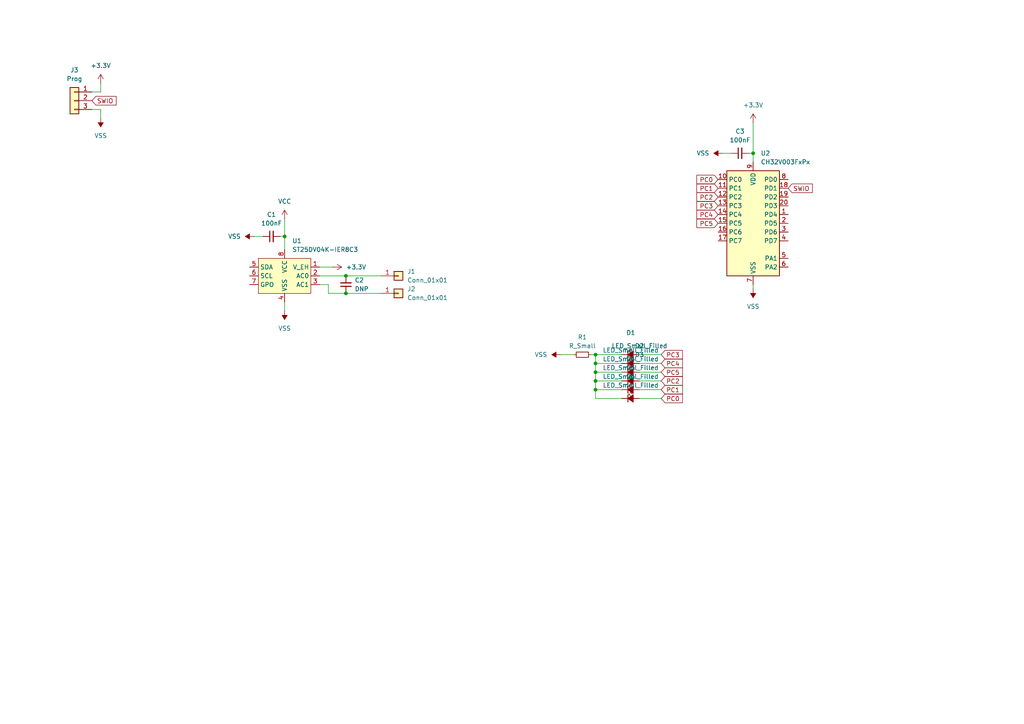
<source format=kicad_sch>
(kicad_sch (version 20231120) (generator "eeschema") (generator_version "8.0")
  (paper "A4")
  (lib_symbols
    (symbol "Connector_Generic:Conn_01x01" (pin_names (offset 1.016) hide)
      (property "Reference" "J" (at 0 2.54 0))
      (property "Value" "Conn_01x01" (at 0 -2.54 0))
      (symbol "Conn_01x01_1_1"
        (rectangle (start -1.27 0.127) (end 0 -0.127) (stroke (width 0.1524)))
        (rectangle (start -1.27 1.27) (end 1.27 -1.27) (stroke (width 0.254)) (fill (type background)))
        (pin passive line (at -5.08 0 0) (length 3.81) (name "Pin_1") (number "1"))
      )
    )
    (symbol "Connector_Generic:Conn_01x03" (pin_names (offset 1.016) hide)
      (property "Reference" "J" (at 0 5.08 0))
      (property "Value" "Conn_01x03" (at 0 -5.08 0))
      (symbol "Conn_01x03_1_1"
        (rectangle (start -1.27 -2.413) (end 0 -2.667) (stroke (width 0.1524)))
        (rectangle (start -1.27 0.127) (end 0 -0.127) (stroke (width 0.1524)))
        (rectangle (start -1.27 2.667) (end 0 2.413) (stroke (width 0.1524)))
        (rectangle (start -1.27 3.81) (end 1.27 -3.81) (stroke (width 0.254)) (fill (type background)))
        (pin passive line (at -5.08 2.54 0) (length 3.81) (name "Pin_1") (number "1"))
        (pin passive line (at -5.08 0 0) (length 3.81) (name "Pin_2") (number "2"))
        (pin passive line (at -5.08 -2.54 0) (length 3.81) (name "Pin_3") (number "3"))
      )
    )
    (symbol "Device:C_Small" (pin_numbers hide) (pin_names (offset 0.254) hide)
      (property "Reference" "C" (at 0.254 1.778 0))
      (property "Value" "C_Small" (at 0.254 -2.032 0))
      (symbol "C_Small_0_1"
        (polyline (pts (xy -1.524 -0.508) (xy 1.524 -0.508)) (stroke (width 0.3302)))
        (polyline (pts (xy -1.524 0.508) (xy 1.524 0.508)) (stroke (width 0.3048)))
      )
      (symbol "C_Small_1_1"
        (pin passive line (at 0 2.54 270) (length 2.032) (name "~") (number "1"))
        (pin passive line (at 0 -2.54 90) (length 2.032) (name "~") (number "2"))
      )
    )
    (symbol "Device:LED_Small_Filled" (pin_numbers hide) (pin_names (offset 0.254) hide)
      (property "Reference" "D" (at -1.27 3.175 0))
      (property "Value" "LED_Small_Filled" (at -4.445 -2.54 0))
      (symbol "LED_Small_Filled_0_1"
        (polyline (pts (xy -0.762 -1.016) (xy -0.762 1.016)) (stroke (width 0.254)))
        (polyline (pts (xy 1.016 0) (xy -0.762 0)))
        (polyline (pts (xy 0.762 -1.016) (xy -0.762 0) (xy 0.762 1.016) (xy 0.762 -1.016)) (stroke (width 0.254)) (fill (type outline)))
        (polyline (pts (xy 0 0.762) (xy -0.508 1.27) (xy -0.254 1.27) (xy -0.508 1.27) (xy -0.508 1.016)))
        (polyline (pts (xy 0.508 1.27) (xy 0 1.778) (xy 0.254 1.778) (xy 0 1.778) (xy 0 1.524)))
      )
      (symbol "LED_Small_Filled_1_1"
        (pin passive line (at -2.54 0 0) (length 1.778) (name "K") (number "1"))
        (pin passive line (at 2.54 0 180) (length 1.778) (name "A") (number "2"))
      )
    )
    (symbol "Device:R_Small" (pin_numbers hide) (pin_names (offset 0.254) hide)
      (property "Reference" "R" (at 0.762 0.508 0))
      (property "Value" "R_Small" (at 0.762 -1.016 0))
      (symbol "R_Small_0_1"
        (rectangle (start -0.762 1.778) (end 0.762 -1.778) (stroke (width 0.2032)))
      )
      (symbol "R_Small_1_1"
        (pin passive line (at 0 2.54 270) (length 0.762) (name "~") (number "1"))
        (pin passive line (at 0 -2.54 90) (length 0.762) (name "~") (number "2"))
      )
    )
    (symbol "MCU_WCH_CH32V0:CH32V003FxPx"
      (property "Reference" "U" (at -7.62 17.78 0))
      (property "Value" "CH32V003FxPx" (at 7.62 17.78 0))
      (symbol "CH32V003FxPx_1_1"
        (rectangle (start -7.62 15.24) (end 7.62 -15.24) (stroke (width 0.254)) (fill (type background)))
        (pin bidirectional line (at 10.16 2.54 180) (length 2.54) (name "PD4") (number "1"))
        (pin bidirectional line (at -10.16 12.7 0) (length 2.54) (name "PC0") (number "10"))
        (pin bidirectional line (at -10.16 10.16 0) (length 2.54) (name "PC1") (number "11"))
        (pin bidirectional line (at -10.16 7.62 0) (length 2.54) (name "PC2") (number "12"))
        (pin bidirectional line (at -10.16 5.08 0) (length 2.54) (name "PC3") (number "13"))
        (pin bidirectional line (at -10.16 2.54 0) (length 2.54) (name "PC4") (number "14"))
        (pin bidirectional line (at -10.16 0 0) (length 2.54) (name "PC5") (number "15"))
        (pin bidirectional line (at -10.16 -2.54 0) (length 2.54) (name "PC6") (number "16"))
        (pin bidirectional line (at -10.16 -5.08 0) (length 2.54) (name "PC7") (number "17"))
        (pin bidirectional line (at 10.16 10.16 180) (length 2.54) (name "PD1") (number "18"))
        (pin bidirectional line (at 10.16 7.62 180) (length 2.54) (name "PD2") (number "19"))
        (pin bidirectional line (at 10.16 0 180) (length 2.54) (name "PD5") (number "2"))
        (pin bidirectional line (at 10.16 5.08 180) (length 2.54) (name "PD3") (number "20"))
        (pin bidirectional line (at 10.16 -2.54 180) (length 2.54) (name "PD6") (number "3"))
        (pin bidirectional line (at 10.16 -5.08 180) (length 2.54) (name "PD7") (number "4"))
        (pin bidirectional line (at 10.16 -10.16 180) (length 2.54) (name "PA1") (number "5"))
        (pin bidirectional line (at 10.16 -12.7 180) (length 2.54) (name "PA2") (number "6"))
        (pin power_in line (at 0 -17.78 90) (length 2.54) (name "VSS") (number "7"))
        (pin bidirectional line (at 10.16 12.7 180) (length 2.54) (name "PD0") (number "8"))
        (pin power_in line (at 0 17.78 270) (length 2.54) (name "VDD") (number "9"))
      )
    )
    (symbol "RF_NFC:ST25DV04K-IER8C3"
      (property "Reference" "U" (at 6.35 6.35 0))
      (property "Value" "ST25DV04K-IER8C3" (at 10.795 -6.35 0))
      (symbol "ST25DV04K-IER8C3_1_1"
        (rectangle (start -7.62 5.08) (end 7.62 -5.08) (fill (type background)))
        (pin power_out line (at 10.16 2.54 180) (length 2.54) (name "V_EH") (number "1"))
        (pin passive line (at 10.16 0 180) (length 2.54) (name "AC0") (number "2"))
        (pin passive line (at 10.16 -2.54 180) (length 2.54) (name "AC1") (number "3"))
        (pin power_in line (at 0 -7.62 90) (length 2.54) (name "VSS") (number "4"))
        (pin bidirectional line (at -10.16 2.54 0) (length 2.54) (name "SDA") (number "5"))
        (pin input line (at -10.16 0 0) (length 2.54) (name "SCL") (number "6"))
        (pin open_collector line (at -10.16 -2.54 0) (length 2.54) (name "GPO") (number "7"))
        (pin power_in line (at 0 7.62 270) (length 2.54) (name "VCC") (number "8"))
        (pin no_connect line (at 2.54 5.08 270) (length 2.54) hide (name "NC") (number "9"))
      )
    )
    (symbol "power:+3.3V" (power) (pin_numbers hide) (pin_names (offset 0) hide)
      (property "Value" "+3.3V" (at 0 3.556 0))
      (symbol "+3.3V_0_1"
        (polyline (pts (xy -0.762 1.27) (xy 0 2.54)))
        (polyline (pts (xy 0 0) (xy 0 2.54)))
        (polyline (pts (xy 0 2.54) (xy 0.762 1.27)))
      )
      (symbol "+3.3V_1_1"
        (pin power_in line (at 0 0 90) (length 0) (name "~") (number "1"))
      )
    )
    (symbol "power:VCC" (power) (pin_numbers hide) (pin_names (offset 0) hide)
      (property "Value" "VCC" (at 0 3.556 0))
      (symbol "VCC_0_1"
        (polyline (pts (xy -0.762 1.27) (xy 0 2.54)))
        (polyline (pts (xy 0 0) (xy 0 2.54)))
        (polyline (pts (xy 0 2.54) (xy 0.762 1.27)))
      )
      (symbol "VCC_1_1"
        (pin power_in line (at 0 0 90) (length 0) (name "~") (number "1"))
      )
    )
    (symbol "power:VSS" (power) (pin_numbers hide) (pin_names (offset 0) hide)
      (property "Value" "VSS" (at 0 3.556 0))
      (symbol "VSS_0_1"
        (polyline (pts (xy 0 0) (xy 0 2.54)))
        (polyline (pts (xy 0.762 1.27) (xy -0.762 1.27) (xy 0 2.54) (xy 0.762 1.27)) (fill (type outline)))
      )
      (symbol "VSS_1_1"
        (pin power_in line (at 0 0 90) (length 0) (name "~") (number "1"))
      )
    )
  )
  (junction (at 100.33 80.01))
  (junction (at 82.55 68.58))
  (junction (at 172.72 110.49))
  (junction (at 172.72 105.41))
  (junction (at 172.72 107.95))
  (junction (at 218.44 44.45))
  (junction (at 100.33 85.09))
  (junction (at 172.72 113.03))
  (junction (at 172.72 102.87))
  (wire (pts (xy 29.21 34.29) (xy 29.21 31.75)))
  (wire (pts (xy 171.45 102.87) (xy 172.72 102.87)))
  (wire (pts (xy 185.42 115.57) (xy 191.77 115.57)))
  (wire (pts (xy 92.71 77.47) (xy 96.52 77.47)))
  (wire (pts (xy 29.21 26.67) (xy 26.67 26.67)))
  (wire (pts (xy 82.55 87.63) (xy 82.55 90.17)))
  (wire (pts (xy 92.71 80.01) (xy 100.33 80.01)))
  (wire (pts (xy 172.72 115.57) (xy 172.72 113.03)))
  (wire (pts (xy 185.42 110.49) (xy 191.77 110.49)))
  (wire (pts (xy 82.55 68.58) (xy 82.55 72.39)))
  (wire (pts (xy 217.17 44.45) (xy 218.44 44.45)))
  (wire (pts (xy 172.72 110.49) (xy 172.72 107.95)))
  (wire (pts (xy 218.44 82.55) (xy 218.44 83.82)))
  (wire (pts (xy 162.56 102.87) (xy 166.37 102.87)))
  (wire (pts (xy 185.42 102.87) (xy 191.77 102.87)))
  (wire (pts (xy 95.25 82.55) (xy 95.25 85.09)))
  (wire (pts (xy 73.66 68.58) (xy 76.2 68.58)))
  (wire (pts (xy 172.72 107.95) (xy 180.34 107.95)))
  (wire (pts (xy 218.44 35.56) (xy 218.44 44.45)))
  (wire (pts (xy 172.72 105.41) (xy 172.72 102.87)))
  (wire (pts (xy 185.42 113.03) (xy 191.77 113.03)))
  (wire (pts (xy 185.42 105.41) (xy 191.77 105.41)))
  (wire (pts (xy 172.72 102.87) (xy 180.34 102.87)))
  (wire (pts (xy 95.25 85.09) (xy 100.33 85.09)))
  (wire (pts (xy 172.72 113.03) (xy 172.72 110.49)))
  (wire (pts (xy 81.28 68.58) (xy 82.55 68.58)))
  (wire (pts (xy 209.55 44.45) (xy 212.09 44.45)))
  (wire (pts (xy 82.55 63.5) (xy 82.55 68.58)))
  (wire (pts (xy 218.44 44.45) (xy 218.44 46.99)))
  (wire (pts (xy 100.33 80.01) (xy 110.49 80.01)))
  (wire (pts (xy 172.72 115.57) (xy 180.34 115.57)))
  (wire (pts (xy 172.72 110.49) (xy 180.34 110.49)))
  (wire (pts (xy 172.72 107.95) (xy 172.72 105.41)))
  (wire (pts (xy 29.21 24.13) (xy 29.21 26.67)))
  (wire (pts (xy 29.21 31.75) (xy 26.67 31.75)))
  (wire (pts (xy 100.33 85.09) (xy 110.49 85.09)))
  (wire (pts (xy 185.42 107.95) (xy 191.77 107.95)))
  (wire (pts (xy 92.71 82.55) (xy 95.25 82.55)))
  (wire (pts (xy 172.72 105.41) (xy 180.34 105.41)))
  (wire (pts (xy 172.72 113.03) (xy 180.34 113.03)))
  (global_label "PC3" (shape input) (at 191.77 102.87 0) (property "Intersheetrefs" "${INTERSHEET_REFS}" (effects (hide yes))))
  (global_label "PC2" (shape input) (at 191.77 110.49 0) (property "Intersheetrefs" "${INTERSHEET_REFS}" (effects (hide yes))))
  (global_label "PC4" (shape input) (at 208.28 62.23 180) (property "Intersheetrefs" "${INTERSHEET_REFS}" (effects (hide yes))))
  (global_label "PC1" (shape input) (at 208.28 54.61 180) (property "Intersheetrefs" "${INTERSHEET_REFS}" (effects (hide yes))))
  (global_label "PC0" (shape input) (at 191.77 115.57 0) (property "Intersheetrefs" "${INTERSHEET_REFS}" (effects (hide yes))))
  (global_label "PC3" (shape input) (at 208.28 59.69 180) (property "Intersheetrefs" "${INTERSHEET_REFS}" (effects (hide yes))))
  (global_label "SWIO" (shape input) (at 26.67 29.21 0) (property "Intersheetrefs" "${INTERSHEET_REFS}" (effects (hide yes))))
  (global_label "PC2" (shape input) (at 208.28 57.15 180) (property "Intersheetrefs" "${INTERSHEET_REFS}" (effects (hide yes))))
  (global_label "PC4" (shape input) (at 191.77 105.41 0) (property "Intersheetrefs" "${INTERSHEET_REFS}" (effects (hide yes))))
  (global_label "SWIO" (shape input) (at 228.6 54.61 0) (property "Intersheetrefs" "${INTERSHEET_REFS}" (effects (hide yes))))
  (global_label "PC0" (shape input) (at 208.28 52.07 180) (property "Intersheetrefs" "${INTERSHEET_REFS}" (effects (hide yes))))
  (global_label "PC1" (shape input) (at 191.77 113.03 0) (property "Intersheetrefs" "${INTERSHEET_REFS}" (effects (hide yes))))
  (global_label "PC5" (shape input) (at 208.28 64.77 180) (property "Intersheetrefs" "${INTERSHEET_REFS}" (effects (hide yes))))
  (global_label "PC5" (shape input) (at 191.77 107.95 0) (property "Intersheetrefs" "${INTERSHEET_REFS}" (effects (hide yes))))
  (symbol (lib_id "power:VSS") (at 209.55 44.45 90) (unit 1)
    (property "Reference" "#PWR06" (effects (hide yes)))
    (property "Value" "VSS" (at 205.74 44.4499 90) (effects (justify left)))
    (property "Description" "Power symbol creates a global label with name \"VSS\"" (effects (hide yes)))
  )
  (symbol (lib_id "Device:LED_Small_Filled") (at 182.88 110.49 0) (unit 1)
    (property "Reference" "D4" (at 182.9435 104.14 0))
    (property "Value" "LED_Small_Filled" (at 182.9435 106.68 0))
    (property "Footprint" "LED_SMD:LED_0805_2012Metric" (effects (hide yes)))
    (property "Description" "Light emitting diode, small symbol, filled shape" (effects (hide yes)))
  )
  (symbol (lib_id "power:VSS") (at 82.55 90.17 180) (unit 1)
    (property "Reference" "#PWR01" (effects (hide yes)))
    (property "Value" "VSS" (at 82.55 95.25 0))
    (property "Description" "Power symbol creates a global label with name \"VSS\"" (effects (hide yes)))
  )
  (symbol (lib_id "power:VSS") (at 162.56 102.87 90) (unit 1)
    (property "Reference" "#PWR010" (effects (hide yes)))
    (property "Value" "VSS" (at 158.75 102.8699 90) (effects (justify left)))
    (property "Description" "Power symbol creates a global label with name \"VSS\"" (effects (hide yes)))
  )
  (symbol (lib_id "Connector_Generic:Conn_01x01") (at 115.57 85.09 0) (unit 1)
    (property "Reference" "J2" (at 118.11 83.8199 0) (effects (justify left)))
    (property "Value" "Conn_01x01" (at 118.11 86.3599 0) (effects (justify left)))
    (property "Footprint" "NFCBuisness:NFCadapter" (effects (hide yes)))
    (property "Description" "Generic connector, single row, 01x01, script generated (kicad-library-utils/schlib/autogen/connector/)" (effects (hide yes)))
  )
  (symbol (lib_id "power:VSS") (at 29.21 34.29 180) (unit 1)
    (property "Reference" "#PWR08" (effects (hide yes)))
    (property "Value" "VSS" (at 29.21 39.37 0))
    (property "Description" "Power symbol creates a global label with name \"VSS\"" (effects (hide yes)))
  )
  (symbol (lib_id "Device:LED_Small_Filled") (at 182.88 102.87 0) (unit 1)
    (property "Reference" "D1" (at 182.9435 96.52 0))
    (property "Value" "LED_Small_Filled" (at 185.4835 100.33 0))
    (property "Footprint" "LED_SMD:LED_0805_2012Metric" (effects (hide yes)))
    (property "Description" "Light emitting diode, small symbol, filled shape" (effects (hide yes)))
  )
  (symbol (lib_id "Device:R_Small") (at 168.91 102.87 90) (unit 1)
    (property "Reference" "R1" (at 168.91 97.79 90))
    (property "Value" "R_Small" (at 168.91 100.33 90))
    (property "Footprint" "Resistor_SMD:R_0805_2012Metric" (effects (hide yes)))
    (property "Description" "Resistor, small symbol" (effects (hide yes)))
  )
  (symbol (lib_id "Device:LED_Small_Filled") (at 182.88 105.41 0) (unit 1)
    (property "Reference" "D2" (at 185.4835 100.33 0))
    (property "Value" "LED_Small_Filled" (at 182.9435 101.6 0))
    (property "Footprint" "LED_SMD:LED_0805_2012Metric" (effects (hide yes)))
    (property "Description" "Light emitting diode, small symbol, filled shape" (effects (hide yes)))
  )
  (symbol (lib_id "power:VSS") (at 218.44 83.82 180) (unit 1)
    (property "Reference" "#PWR07" (effects (hide yes)))
    (property "Value" "VSS" (at 218.44 88.9 0))
    (property "Description" "Power symbol creates a global label with name \"VSS\"" (effects (hide yes)))
  )
  (symbol (lib_id "RF_NFC:ST25DV04K-IER8C3") (at 82.55 80.01 0) (unit 1)
    (property "Reference" "U1" (at 84.7441 69.85 0) (effects (justify left)))
    (property "Value" "ST25DV04K-IER8C3" (at 84.7441 72.39 0) (effects (justify left)))
    (property "Footprint" "Package_DFN_QFN:DFN-8-1EP_3x2mm_P0.5mm_EP1.36x1.46mm" (effects (hide yes)))
    (property "Datasheet" "https://www.st.com/resource/en/datasheet/st25dv04k.pdf" (effects (hide yes)))
    (property "Description" "Dynamic NFC/RFID tag IC with 4-Kbit EEPROM, UFDFPN-8" (effects (hide yes)))
  )
  (symbol (lib_id "MCU_WCH_CH32V0:CH32V003FxPx") (at 218.44 64.77 0) (unit 1)
    (property "Reference" "U2" (at 220.6341 44.45 0) (effects (justify left)))
    (property "Value" "CH32V003FxPx" (at 220.6341 46.99 0) (effects (justify left)))
    (property "Footprint" "Package_SO:TSSOP-20_4.4x6.5mm_P0.65mm" (effects (hide yes)))
    (property "Datasheet" "https://www.wch-ic.com/products/CH32V003.html" (effects (hide yes)))
    (property "Description" "CH32V003 series are industrial-grade general-purpose microcontrollers designed based on 32-bit RISC-V instruction set and architecture. It adopts QingKe V2A core, RV32EC instruction set, and supports 2 levels of interrupt nesting. The series are mounted with rich peripheral interfaces and function modules. Its internal organizational structure meets the low-cost and low-power embedded application scenarios." (effects (hide yes)))
  )
  (symbol (lib_id "power:+3.3V") (at 218.44 35.56 0) (unit 1)
    (property "Reference" "#PWR05" (effects (hide yes)))
    (property "Value" "+3.3V" (at 218.44 30.48 0))
    (property "Description" "Power symbol creates a global label with name \"+3.3V\"" (effects (hide yes)))
  )
  (symbol (lib_id "power:VSS") (at 73.66 68.58 90) (unit 1)
    (property "Reference" "#PWR03" (effects (hide yes)))
    (property "Value" "VSS" (at 69.85 68.5799 90) (effects (justify left)))
    (property "Description" "Power symbol creates a global label with name \"VSS\"" (effects (hide yes)))
  )
  (symbol (lib_id "Device:C_Small") (at 78.74 68.58 90) (unit 1)
    (property "Reference" "C1" (at 78.7463 62.23 90))
    (property "Value" "100nF" (at 78.7463 64.77 90))
    (property "Footprint" "Capacitor_SMD:C_0805_2012Metric" (effects (hide yes)))
    (property "Description" "Unpolarized capacitor, small symbol" (effects (hide yes)))
  )
  (symbol (lib_id "Device:C_Small") (at 214.63 44.45 90) (unit 1)
    (property "Reference" "C3" (at 214.6363 38.1 90))
    (property "Value" "100nF" (at 214.6363 40.64 90))
    (property "Footprint" "Capacitor_SMD:C_0805_2012Metric" (effects (hide yes)))
    (property "Description" "Unpolarized capacitor, small symbol" (effects (hide yes)))
  )
  (symbol (lib_id "Device:LED_Small_Filled") (at 182.88 113.03 0) (unit 1)
    (property "Reference" "D5" (at 182.9435 106.68 0))
    (property "Value" "LED_Small_Filled" (at 182.9435 109.22 0))
    (property "Footprint" "LED_SMD:LED_0805_2012Metric" (effects (hide yes)))
    (property "Description" "Light emitting diode, small symbol, filled shape" (effects (hide yes)))
  )
  (symbol (lib_id "power:+3.3V") (at 29.21 24.13 0) (unit 1)
    (property "Reference" "#PWR09" (effects (hide yes)))
    (property "Value" "+3.3V" (at 29.21 19.05 0))
    (property "Description" "Power symbol creates a global label with name \"+3.3V\"" (effects (hide yes)))
  )
  (symbol (lib_id "Device:LED_Small_Filled") (at 182.88 115.57 0) (unit 1)
    (property "Reference" "D6" (at 182.9435 109.22 0))
    (property "Value" "LED_Small_Filled" (at 182.9435 111.76 0))
    (property "Footprint" "LED_SMD:LED_0805_2012Metric" (effects (hide yes)))
    (property "Description" "Light emitting diode, small symbol, filled shape" (effects (hide yes)))
  )
  (symbol (lib_id "Connector_Generic:Conn_01x01") (at 115.57 80.01 0) (unit 1)
    (property "Reference" "J1" (at 118.11 78.7399 0) (effects (justify left)))
    (property "Value" "Conn_01x01" (at 118.11 81.2799 0) (effects (justify left)))
    (property "Footprint" "NFCBuisness:NFCadapter" (effects (hide yes)))
    (property "Description" "Generic connector, single row, 01x01, script generated (kicad-library-utils/schlib/autogen/connector/)" (effects (hide yes)))
  )
  (symbol (lib_id "Device:C_Small") (at 100.33 82.55 180) (unit 1)
    (property "Reference" "C2" (at 102.87 81.2735 0) (effects (justify right)))
    (property "Value" "DNP" (at 102.87 83.8135 0) (effects (justify right)))
    (property "Footprint" "Capacitor_SMD:C_0805_2012Metric" (effects (hide yes)))
    (property "Description" "Unpolarized capacitor, small symbol" (effects (hide yes)))
  )
  (symbol (lib_id "power:VCC") (at 82.55 63.5 0) (unit 1)
    (property "Reference" "#PWR02" (effects (hide yes)))
    (property "Value" "VCC" (at 82.55 58.42 0))
    (property "Description" "Power symbol creates a global label with name \"VCC\"" (effects (hide yes)))
  )
  (symbol (lib_id "power:+3.3V") (at 96.52 77.47 270) (unit 1)
    (property "Reference" "#PWR04" (effects (hide yes)))
    (property "Value" "+3.3V" (at 100.33 77.4699 90) (effects (justify left)))
    (property "Description" "Power symbol creates a global label with name \"+3.3V\"" (effects (hide yes)))
  )
  (symbol (lib_id "Device:LED_Small_Filled") (at 182.88 107.95 0) (unit 1)
    (property "Reference" "D3" (at 185.4835 102.87 0))
    (property "Value" "LED_Small_Filled" (at 182.9435 104.14 0))
    (property "Footprint" "LED_SMD:LED_0805_2012Metric" (effects (hide yes)))
    (property "Description" "Light emitting diode, small symbol, filled shape" (effects (hide yes)))
  )
  (symbol (lib_id "Connector_Generic:Conn_01x03") (at 21.59 29.21 0) (mirror y) (unit 1)
    (property "Reference" "J3" (at 21.59 20.32 0))
    (property "Value" "Prog" (at 21.59 22.86 0))
    (property "Footprint" "Connector_PinHeader_2.54mm:PinHeader_1x03_P2.54mm_Vertical" (effects (hide yes)))
    (property "Description" "Generic connector, single row, 01x03, script generated (kicad-library-utils/schlib/autogen/connector/)" (effects (hide yes)))
  )
)
</source>
